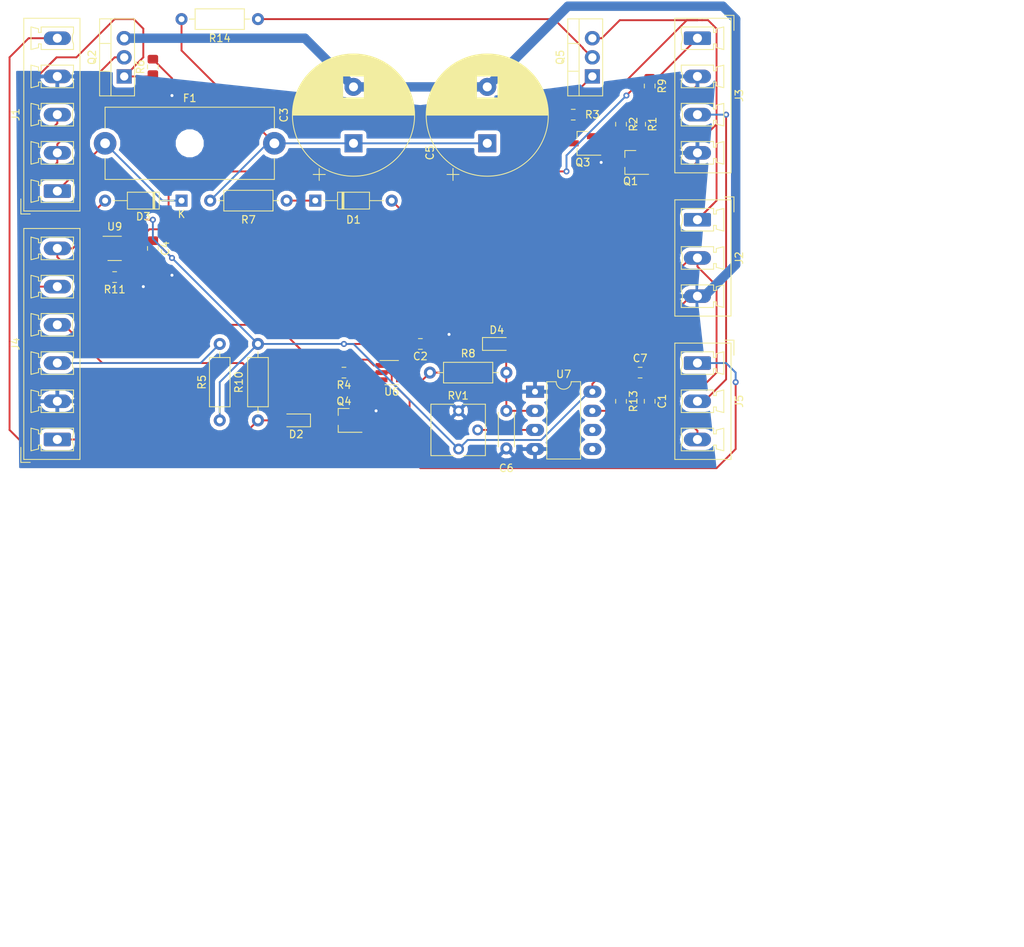
<source format=kicad_pcb>
(kicad_pcb (version 20171130) (host pcbnew "(5.0.2)-1")
  (layers (0 F.Cu signal) (31 B.Cu signal) (34 B.Paste user) (35 F.Paste user) (36 B.SilkS user) (37 F.SilkS user) (38 B.Mask user) (39 F.Mask user) (44 Edge.Cuts user))
  (net 0 "")
  (net 1 +5V)
  (net 2 GND)
  (net 3 "Net-(C6-Pad1)")
  (net 4 "Net-(D1-Pad1)")
  (net 5 /LED_R-)
  (net 6 /LED_G+)
  (net 7 /SHUTTER_HIGH)
  (net 8 /SHUTTER_LOW)
  (net 9 "Net-(D4-Pad1)")
  (net 10 /SHUTTER_RET)
  (net 11 +24V)
  (net 12 /SIG_IN)
  (net 13 /OUT_TO_COMP)
  (net 14 /LED_R+)
  (net 15 "Net-(J4-Pad6)")
  (net 16 "Net-(Q1-Pad3)")
  (net 17 "Net-(Q1-Pad2)")
  (net 18 "Net-(Q3-Pad3)")
  (net 19 "Net-(Q4-Pad2)")
  (net 20 /SIG)
  (net 21 "Net-(RV1-Pad2)")
  (net 22 "Net-(U7-Pad5)")
  (net 23 "Net-(U7-Pad6)")
  (net 24 /AMP_SIG)
  (net 25 /CAP_POWER)
  (net 26 "Net-(Q5-Pad2)")
  (module Fuse:Fuseholder_Cylinder-5x20mm_Schurter_0031_8201_Horizontal_Open (layer F.Cu) (at 99.06 87.63)
    (fp_text reference F1 (at 11.25 -6) (layer F.SilkS))
    (fp_text value Fuse)
    (pad 1 thru_hole circle (at 0 0) (size 3 3) (drill 1.3) (layers *.Cu *.Mask) (net 7 /SHUTTER_HIGH))
    (pad 2 thru_hole circle (at 22.5 0) (size 3 3) (drill 1.3) (layers *.Cu *.Mask) (net 25 /CAP_POWER))
    (pad "" np_thru_hole circle (at 11.25 0) (size 2.7 2.7) (drill 2.7) (layers *.Cu *.Mask))
  )
  (module Connector_Phoenix_MC_HighVoltage:PhoenixContact_MCV_1,5_4-G-5.08_1x04_P5.08mm_Vertical (layer F.Cu) (at 177.8 73.66 270)
    (fp_text reference J3 (at 7.62 -5.55 270) (layer F.SilkS))
    (fp_text value I/O)
    (pad 1 thru_hole roundrect (at 0 0 270) (size 1.8 3.6) (drill 1.2) (layers *.Cu *.Mask) (roundrect_rratio 0.138889) (net 12 /SIG_IN))
    (pad 2 thru_hole oval (at 5.08 0 270) (size 1.8 3.6) (drill 1.2) (layers *.Cu *.Mask) (net 2 GND))
    (pad 3 thru_hole oval (at 10.16 0 270) (size 1.8 3.6) (drill 1.2) (layers *.Cu *.Mask) (net 13 /OUT_TO_COMP))
    (pad 4 thru_hole oval (at 15.24 0 270) (size 1.8 3.6) (drill 1.2) (layers *.Cu *.Mask) (net 2 GND))
  )
  (module Package_TO_SOT_SMD:SOT-23_Handsoldering (layer F.Cu) (at 162.56 87.63 180)
    (fp_text reference Q3 (at 0 -2.54) (layer F.SilkS))
    (fp_text value 2N3904)
    (pad 1 smd rect (at -1.5 -0.95 180) (size 1.9 0.8) (layers F.Cu F.Paste F.Mask) (net 2 GND))
    (pad 2 smd rect (at -1.5 0.95 180) (size 1.9 0.8) (layers F.Cu F.Paste F.Mask) (net 16 "Net-(Q1-Pad3)"))
    (pad 3 smd rect (at 1.5 0 180) (size 1.9 0.8) (layers F.Cu F.Paste F.Mask) (net 18 "Net-(Q3-Pad3)"))
  )
  (module Package_TO_SOT_SMD:SOT-23-5_HandSoldering (layer F.Cu) (at 137.16 118.11)
    (fp_text reference U6 (at 0 2.54) (layer F.SilkS))
    (fp_text value SN74LVC1G86)
    (pad 1 smd rect (at -1.35 -0.95) (size 1.56 0.65) (layers F.Cu F.Paste F.Mask) (net 20 /SIG))
    (pad 2 smd rect (at -1.35 0) (size 1.56 0.65) (layers F.Cu F.Paste F.Mask) (net 10 /SHUTTER_RET))
    (pad 3 smd rect (at -1.35 0.95) (size 1.56 0.65) (layers F.Cu F.Paste F.Mask) (net 2 GND))
    (pad 4 smd rect (at 1.35 0.95) (size 1.56 0.65) (layers F.Cu F.Paste F.Mask) (net 9 "Net-(D4-Pad1)"))
    (pad 5 smd rect (at 1.35 -0.95) (size 1.56 0.65) (layers F.Cu F.Paste F.Mask) (net 1 +5V))
  )
  (module Package_DIP:DIP-8_W7.62mm_LongPads (layer F.Cu) (at 156.21 120.65)
    (fp_text reference U7 (at 3.81 -2.33 -180) (layer F.SilkS))
    (fp_text value LM311)
    (pad 1 thru_hole rect (at 0 0) (size 2.4 1.6) (drill 0.8) (layers *.Cu *.Mask) (net 2 GND))
    (pad 5 thru_hole oval (at 7.62 7.62) (size 2.4 1.6) (drill 0.8) (layers *.Cu *.Mask) (net 22 "Net-(U7-Pad5)"))
    (pad 2 thru_hole oval (at 0 2.54) (size 2.4 1.6) (drill 0.8) (layers *.Cu *.Mask) (net 3 "Net-(C6-Pad1)"))
    (pad 6 thru_hole oval (at 7.62 5.08) (size 2.4 1.6) (drill 0.8) (layers *.Cu *.Mask) (net 23 "Net-(U7-Pad6)"))
    (pad 3 thru_hole oval (at 0 5.08) (size 2.4 1.6) (drill 0.8) (layers *.Cu *.Mask) (net 21 "Net-(RV1-Pad2)"))
    (pad 7 thru_hole oval (at 7.62 2.54) (size 2.4 1.6) (drill 0.8) (layers *.Cu *.Mask) (net 24 /AMP_SIG))
    (pad 4 thru_hole oval (at 0 7.62) (size 2.4 1.6) (drill 0.8) (layers *.Cu *.Mask) (net 2 GND))
    (pad 8 thru_hole oval (at 7.62 0) (size 2.4 1.6) (drill 0.8) (layers *.Cu *.Mask) (net 1 +5V))
  )
  (module Connector_Phoenix_MC_HighVoltage:PhoenixContact_MCV_1,5_5-G-5.08_1x05_P5.08mm_Vertical (layer F.Cu) (at 92.71 93.98 90)
    (fp_text reference J1 (at 10.16 -5.55 90) (layer F.SilkS))
    (fp_text value SHUTTER)
    (pad 1 thru_hole roundrect (at 0 0 90) (size 1.8 3.6) (drill 1.2) (layers *.Cu *.Mask) (roundrect_rratio 0.138889) (net 7 /SHUTTER_HIGH))
    (pad 2 thru_hole oval (at 5.08 0 90) (size 1.8 3.6) (drill 1.2) (layers *.Cu *.Mask) (net 8 /SHUTTER_LOW))
    (pad 3 thru_hole oval (at 10.16 0 90) (size 1.8 3.6) (drill 1.2) (layers *.Cu *.Mask) (net 1 +5V))
    (pad 4 thru_hole oval (at 15.24 0 90) (size 1.8 3.6) (drill 1.2) (layers *.Cu *.Mask) (net 2 GND))
    (pad 5 thru_hole oval (at 20.32 0 90) (size 1.8 3.6) (drill 1.2) (layers *.Cu *.Mask) (net 10 /SHUTTER_RET))
  )
  (module Diode_THT:D_DO-35_SOD27_P10.16mm_Horizontal (layer F.Cu) (at 109.22 95.25 180)
    (fp_text reference D3 (at 5.08 -2.12 180) (layer F.SilkS))
    (fp_text value N4001)
    (fp_text user K (at 0 -1.8 180) (layer F.SilkS))
    (pad 1 thru_hole rect (at 0 0 180) (size 1.6 1.6) (drill 0.8) (layers *.Cu *.Mask) (net 7 /SHUTTER_HIGH))
    (pad 2 thru_hole oval (at 10.16 0 180) (size 1.6 1.6) (drill 0.8) (layers *.Cu *.Mask) (net 8 /SHUTTER_LOW))
  )
  (module Package_TO_SOT_THT:TO-220-3_Vertical (layer F.Cu) (at 163.83 78.74 90)
    (fp_text reference Q5 (at 2.54 -4.27 90) (layer F.SilkS))
    (fp_text value FQP17P06)
    (pad 1 thru_hole rect (at 0 0 90) (size 1.905 2) (drill 1.1) (layers *.Cu *.Mask) (net 18 "Net-(Q3-Pad3)"))
    (pad 2 thru_hole oval (at 2.54 0 90) (size 1.905 2) (drill 1.1) (layers *.Cu *.Mask) (net 26 "Net-(Q5-Pad2)"))
    (pad 3 thru_hole oval (at 5.08 0 90) (size 1.905 2) (drill 1.1) (layers *.Cu *.Mask) (net 11 +24V))
  )
  (module Connector_Phoenix_MC_HighVoltage:PhoenixContact_MCV_1,5_6-G-5.08_1x06_P5.08mm_Vertical (layer F.Cu) (at 92.71 127 90)
    (fp_text reference J4 (at 12.7 -5.55 90) (layer F.SilkS))
    (fp_text value FRONT)
    (pad 1 thru_hole roundrect (at 0 0 90) (size 1.8 3.6) (drill 1.2) (layers *.Cu *.Mask) (roundrect_rratio 0.138889) (net 6 /LED_G+))
    (pad 2 thru_hole oval (at 5.08 0 90) (size 1.8 3.6) (drill 1.2) (layers *.Cu *.Mask) (net 2 GND))
    (pad 3 thru_hole oval (at 10.16 0 90) (size 1.8 3.6) (drill 1.2) (layers *.Cu *.Mask) (net 14 /LED_R+))
    (pad 4 thru_hole oval (at 15.24 0 90) (size 1.8 3.6) (drill 1.2) (layers *.Cu *.Mask) (net 5 /LED_R-))
    (pad 5 thru_hole oval (at 20.32 0 90) (size 1.8 3.6) (drill 1.2) (layers *.Cu *.Mask) (net 1 +5V))
    (pad 6 thru_hole oval (at 25.4 0 90) (size 1.8 3.6) (drill 1.2) (layers *.Cu *.Mask) (net 15 "Net-(J4-Pad6)"))
  )
  (module Capacitor_THT:CP_Radial_D16.0mm_P7.50mm (layer F.Cu) (at 149.86 87.63 90)
    (fp_text reference C5 (at -1.27 -7.62 270) (layer F.SilkS))
    (fp_text value 2200u)
    (pad 1 thru_hole rect (at 0 0 90) (size 2.4 2.4) (drill 1.2) (layers *.Cu *.Mask) (net 25 /CAP_POWER))
    (pad 2 thru_hole circle (at 7.5 0 90) (size 2.4 2.4) (drill 1.2) (layers *.Cu *.Mask) (net 2 GND))
  )
  (module Resistor_THT:R_Axial_DIN0207_L6.3mm_D2.5mm_P10.16mm_Horizontal (layer F.Cu) (at 123.19 95.25 180)
    (fp_text reference R7 (at 5.08 -2.54 180) (layer F.SilkS))
    (fp_text value 5)
    (pad 2 thru_hole oval (at 10.16 0 180) (size 1.6 1.6) (drill 0.8) (layers *.Cu *.Mask) (net 25 /CAP_POWER))
    (pad 1 thru_hole circle (at 0 0 180) (size 1.6 1.6) (drill 0.8) (layers *.Cu *.Mask) (net 4 "Net-(D1-Pad1)"))
  )
  (module Capacitor_SMD:C_0805_2012Metric_Pad1.15x1.40mm_HandSolder (layer F.Cu) (at 171.45 121.92 270)
    (fp_text reference C1 (at 0 -1.65 270) (layer F.SilkS))
    (fp_text value 1n)
    (pad 1 smd roundrect (at -1.025 0 270) (size 1.15 1.4) (layers F.Cu F.Paste F.Mask) (roundrect_rratio 0.217391) (net 1 +5V))
    (pad 2 smd roundrect (at 1.025 0 270) (size 1.15 1.4) (layers F.Cu F.Paste F.Mask) (roundrect_rratio 0.217391) (net 24 /AMP_SIG))
  )
  (module Capacitor_SMD:C_0805_2012Metric_Pad1.15x1.40mm_HandSolder (layer F.Cu) (at 140.97 114.3 180)
    (fp_text reference C2 (at 0 -1.65 180) (layer F.SilkS))
    (fp_text value .1u)
    (pad 2 smd roundrect (at 1.025 0 180) (size 1.15 1.4) (layers F.Cu F.Paste F.Mask) (roundrect_rratio 0.217391) (net 1 +5V))
    (pad 1 smd roundrect (at -1.025 0 180) (size 1.15 1.4) (layers F.Cu F.Paste F.Mask) (roundrect_rratio 0.217391) (net 2 GND))
  )
  (module Capacitor_THT:CP_Radial_D16.0mm_P7.50mm (layer F.Cu) (at 132.08 87.63 90)
    (fp_text reference C3 (at 3.75 -9.25 270) (layer F.SilkS))
    (fp_text value 2200u)
    (pad 2 thru_hole circle (at 7.5 0 90) (size 2.4 2.4) (drill 1.2) (layers *.Cu *.Mask) (net 2 GND))
    (pad 1 thru_hole rect (at 0 0 90) (size 2.4 2.4) (drill 1.2) (layers *.Cu *.Mask) (net 25 /CAP_POWER))
  )
  (module Capacitor_SMD:C_0805_2012Metric_Pad1.15x1.40mm_HandSolder (layer F.Cu) (at 105.41 101.6 270)
    (fp_text reference C4 (at 0 -1.65 270) (layer F.SilkS))
    (fp_text value .1u)
    (pad 2 smd roundrect (at 1.025 0 270) (size 1.15 1.4) (layers F.Cu F.Paste F.Mask) (roundrect_rratio 0.217391) (net 2 GND))
    (pad 1 smd roundrect (at -1.025 0 270) (size 1.15 1.4) (layers F.Cu F.Paste F.Mask) (roundrect_rratio 0.217391) (net 1 +5V))
  )
  (module Capacitor_THT:C_Disc_D4.3mm_W1.9mm_P5.00mm (layer F.Cu) (at 152.4 123.19 270)
    (fp_text reference C6 (at 7.62 0 180) (layer F.SilkS))
    (fp_text value 1u)
    (pad 1 thru_hole circle (at 0 0 270) (size 1.6 1.6) (drill 0.8) (layers *.Cu *.Mask) (net 3 "Net-(C6-Pad1)"))
    (pad 2 thru_hole circle (at 5 0 270) (size 1.6 1.6) (drill 0.8) (layers *.Cu *.Mask) (net 2 GND))
  )
  (module Capacitor_SMD:C_0805_2012Metric_Pad1.15x1.40mm_HandSolder (layer F.Cu) (at 170.18 118.11 180)
    (fp_text reference C7 (at 0 1.905) (layer F.SilkS))
    (fp_text value .1u)
    (pad 1 smd roundrect (at -1.025 0 180) (size 1.15 1.4) (layers F.Cu F.Paste F.Mask) (roundrect_rratio 0.217391) (net 2 GND))
    (pad 2 smd roundrect (at 1.025 0 180) (size 1.15 1.4) (layers F.Cu F.Paste F.Mask) (roundrect_rratio 0.217391) (net 1 +5V))
  )
  (module Diode_THT:D_DO-35_SOD27_P10.16mm_Horizontal (layer F.Cu) (at 127 95.25)
    (fp_text reference D1 (at 5.08 2.54 180) (layer F.SilkS))
    (fp_text value N4001)
    (pad 2 thru_hole oval (at 10.16 0) (size 1.6 1.6) (drill 0.8) (layers *.Cu *.Mask) (net 1 +5V))
    (pad 1 thru_hole rect (at 0 0) (size 1.6 1.6) (drill 0.8) (layers *.Cu *.Mask) (net 4 "Net-(D1-Pad1)"))
  )
  (module Diode_SMD:D_SOD-323_HandSoldering (layer F.Cu) (at 124.46 124.46 180)
    (fp_text reference D2 (at 0 -1.85) (layer F.SilkS))
    (fp_text value 1N914)
    (pad 1 smd rect (at -1.25 0 180) (size 1 1) (layers F.Cu F.Paste F.Mask) (net 5 /LED_R-))
    (pad 2 smd rect (at 1.25 0 180) (size 1 1) (layers F.Cu F.Paste F.Mask) (net 6 /LED_G+))
  )
  (module Diode_SMD:D_SOD-323_HandSoldering (layer F.Cu) (at 151.13 114.3)
    (fp_text reference D4 (at 0 -1.85 180) (layer F.SilkS))
    (fp_text value 1N914)
    (pad 2 smd rect (at 1.25 0) (size 1 1) (layers F.Cu F.Paste F.Mask) (net 3 "Net-(C6-Pad1)"))
    (pad 1 smd rect (at -1.25 0) (size 1 1) (layers F.Cu F.Paste F.Mask) (net 9 "Net-(D4-Pad1)"))
  )
  (module Connector_Phoenix_MC_HighVoltage:PhoenixContact_MCV_1,5_3-G-5.08_1x03_P5.08mm_Vertical (layer F.Cu) (at 177.8 97.79 270)
    (fp_text reference J2 (at 5.08 -5.55 270) (layer F.SilkS))
    (fp_text value POWER)
    (pad 1 thru_hole roundrect (at 0 0 270) (size 1.8 3.6) (drill 1.2) (layers *.Cu *.Mask) (roundrect_rratio 0.138889) (net 11 +24V))
    (pad 2 thru_hole oval (at 5.08 0 270) (size 1.8 3.6) (drill 1.2) (layers *.Cu *.Mask) (net 1 +5V))
    (pad 3 thru_hole oval (at 10.16 0 270) (size 1.8 3.6) (drill 1.2) (layers *.Cu *.Mask) (net 2 GND))
  )
  (module Package_TO_SOT_SMD:SOT-23_Handsoldering (layer F.Cu) (at 168.91 90.17 180)
    (fp_text reference Q1 (at 0 -2.5) (layer F.SilkS))
    (fp_text value 2N3904)
    (pad 3 smd rect (at 1.5 0 180) (size 1.9 0.8) (layers F.Cu F.Paste F.Mask) (net 16 "Net-(Q1-Pad3)"))
    (pad 2 smd rect (at -1.5 0.95 180) (size 1.9 0.8) (layers F.Cu F.Paste F.Mask) (net 17 "Net-(Q1-Pad2)"))
    (pad 1 smd rect (at -1.5 -0.95 180) (size 1.9 0.8) (layers F.Cu F.Paste F.Mask) (net 2 GND))
  )
  (module Package_TO_SOT_THT:TO-220-3_Vertical (layer F.Cu) (at 101.6 78.74 90)
    (fp_text reference Q2 (at 2.54 -4.27 90) (layer F.SilkS))
    (fp_text value FQP20N06L-ND)
    (pad 3 thru_hole oval (at 5.08 0 90) (size 1.905 2) (drill 1.1) (layers *.Cu *.Mask) (net 2 GND))
    (pad 2 thru_hole oval (at 2.54 0 90) (size 1.905 2) (drill 1.1) (layers *.Cu *.Mask) (net 8 /SHUTTER_LOW))
    (pad 1 thru_hole rect (at 0 0 90) (size 1.905 2) (drill 1.1) (layers *.Cu *.Mask) (net 20 /SIG))
  )
  (module Package_TO_SOT_SMD:SOT-23_Handsoldering (layer F.Cu) (at 130.81 124.46 180)
    (fp_text reference Q4 (at 0 2.54 180) (layer F.SilkS))
    (fp_text value 2N3904)
    (pad 1 smd rect (at -1.5 -0.95 180) (size 1.9 0.8) (layers F.Cu F.Paste F.Mask) (net 2 GND))
    (pad 2 smd rect (at -1.5 0.95 180) (size 1.9 0.8) (layers F.Cu F.Paste F.Mask) (net 19 "Net-(Q4-Pad2)"))
    (pad 3 smd rect (at 1.5 0 180) (size 1.9 0.8) (layers F.Cu F.Paste F.Mask) (net 5 /LED_R-))
  )
  (module Resistor_SMD:R_0805_2012Metric_Pad1.15x1.40mm_HandSolder (layer F.Cu) (at 170.18 85.09 270)
    (fp_text reference R1 (at 0 -1.65 90) (layer F.SilkS))
    (fp_text value 10K)
    (pad 1 smd roundrect (at -1.025 0 270) (size 1.15 1.4) (layers F.Cu F.Paste F.Mask) (roundrect_rratio 0.217391) (net 17 "Net-(Q1-Pad2)"))
    (pad 2 smd roundrect (at 1.025 0 270) (size 1.15 1.4) (layers F.Cu F.Paste F.Mask) (roundrect_rratio 0.217391) (net 20 /SIG))
  )
  (module Resistor_SMD:R_0805_2012Metric_Pad1.15x1.40mm_HandSolder (layer F.Cu) (at 167.64 85.09 270)
    (fp_text reference R2 (at 0 -1.65 270) (layer F.SilkS))
    (fp_text value 10K)
    (pad 2 smd roundrect (at 1.025 0 270) (size 1.15 1.4) (layers F.Cu F.Paste F.Mask) (roundrect_rratio 0.217391) (net 16 "Net-(Q1-Pad3)"))
    (pad 1 smd roundrect (at -1.025 0 270) (size 1.15 1.4) (layers F.Cu F.Paste F.Mask) (roundrect_rratio 0.217391) (net 11 +24V))
  )
  (module Resistor_SMD:R_0805_2012Metric_Pad1.15x1.40mm_HandSolder (layer F.Cu) (at 161.29 83.82 180)
    (fp_text reference R3 (at -2.54 0) (layer F.SilkS))
    (fp_text value 10K)
    (pad 1 smd roundrect (at -1.025 0 180) (size 1.15 1.4) (layers F.Cu F.Paste F.Mask) (roundrect_rratio 0.217391) (net 11 +24V))
    (pad 2 smd roundrect (at 1.025 0 180) (size 1.15 1.4) (layers F.Cu F.Paste F.Mask) (roundrect_rratio 0.217391) (net 18 "Net-(Q3-Pad3)"))
  )
  (module Resistor_SMD:R_0805_2012Metric_Pad1.15x1.40mm_HandSolder (layer F.Cu) (at 130.81 118.11 180)
    (fp_text reference R4 (at 0 -1.65) (layer F.SilkS))
    (fp_text value 4.7k)
    (pad 1 smd roundrect (at -1.025 0 180) (size 1.15 1.4) (layers F.Cu F.Paste F.Mask) (roundrect_rratio 0.217391) (net 19 "Net-(Q4-Pad2)"))
    (pad 2 smd roundrect (at 1.025 0 180) (size 1.15 1.4) (layers F.Cu F.Paste F.Mask) (roundrect_rratio 0.217391) (net 10 /SHUTTER_RET))
  )
  (module Resistor_THT:R_Axial_DIN0207_L6.3mm_D2.5mm_P10.16mm_Horizontal (layer F.Cu) (at 114.3 124.46 90)
    (fp_text reference R5 (at 5.08 -2.37 90) (layer F.SilkS))
    (fp_text value 220)
    (pad 2 thru_hole oval (at 10.16 0 90) (size 1.6 1.6) (drill 0.8) (layers *.Cu *.Mask) (net 14 /LED_R+))
    (pad 1 thru_hole circle (at 0 0 90) (size 1.6 1.6) (drill 0.8) (layers *.Cu *.Mask) (net 1 +5V))
  )
  (module Resistor_SMD:R_0805_2012Metric_Pad1.15x1.40mm_HandSolder (layer F.Cu) (at 105.41 77.47 90)
    (fp_text reference R6 (at 0 -1.65 90) (layer F.SilkS))
    (fp_text value 10K)
    (pad 2 smd roundrect (at 1.025 0 90) (size 1.15 1.4) (layers F.Cu F.Paste F.Mask) (roundrect_rratio 0.217391) (net 2 GND))
    (pad 1 smd roundrect (at -1.025 0 90) (size 1.15 1.4) (layers F.Cu F.Paste F.Mask) (roundrect_rratio 0.217391) (net 20 /SIG))
  )
  (module Resistor_THT:R_Axial_DIN0207_L6.3mm_D2.5mm_P10.16mm_Horizontal (layer F.Cu) (at 152.4 118.11 180)
    (fp_text reference R8 (at 5.08 2.54) (layer F.SilkS))
    (fp_text value 50k)
    (pad 1 thru_hole circle (at 0 0 180) (size 1.6 1.6) (drill 0.8) (layers *.Cu *.Mask) (net 3 "Net-(C6-Pad1)"))
    (pad 2 thru_hole oval (at 10.16 0 180) (size 1.6 1.6) (drill 0.8) (layers *.Cu *.Mask) (net 9 "Net-(D4-Pad1)"))
  )
  (module Resistor_SMD:R_0805_2012Metric_Pad1.15x1.40mm_HandSolder (layer F.Cu) (at 171.45 80.01 270)
    (fp_text reference R9 (at 0 -1.65 270) (layer F.SilkS))
    (fp_text value 10K)
    (pad 1 smd roundrect (at -1.025 0 270) (size 1.15 1.4) (layers F.Cu F.Paste F.Mask) (roundrect_rratio 0.217391) (net 12 /SIG_IN))
    (pad 2 smd roundrect (at 1.025 0 270) (size 1.15 1.4) (layers F.Cu F.Paste F.Mask) (roundrect_rratio 0.217391) (net 2 GND))
  )
  (module Resistor_THT:R_Axial_DIN0207_L6.3mm_D2.5mm_P10.16mm_Horizontal (layer F.Cu) (at 119.38 114.3 270)
    (fp_text reference R10 (at 5.08 2.54 270) (layer F.SilkS))
    (fp_text value 220)
    (pad 1 thru_hole circle (at 0 0 270) (size 1.6 1.6) (drill 0.8) (layers *.Cu *.Mask) (net 1 +5V))
    (pad 2 thru_hole oval (at 10.16 0 270) (size 1.6 1.6) (drill 0.8) (layers *.Cu *.Mask) (net 6 /LED_G+))
  )
  (module Resistor_SMD:R_0805_2012Metric_Pad1.15x1.40mm_HandSolder (layer F.Cu) (at 100.33 105.41 180)
    (fp_text reference R11 (at 0 -1.65 180) (layer F.SilkS))
    (fp_text value 10K)
    (pad 2 smd roundrect (at 1.025 0 180) (size 1.15 1.4) (layers F.Cu F.Paste F.Mask) (roundrect_rratio 0.217391) (net 15 "Net-(J4-Pad6)"))
    (pad 1 smd roundrect (at -1.025 0 180) (size 1.15 1.4) (layers F.Cu F.Paste F.Mask) (roundrect_rratio 0.217391) (net 2 GND))
  )
  (module Potentiometer_THT:Potentiometer_Vishay_T73YP_Vertical (layer F.Cu) (at 146.05 128.27)
    (fp_text reference RV1 (at -0.06 -7.09) (layer F.SilkS))
    (fp_text value 10k)
    (pad 3 thru_hole circle (at 0 -5.08) (size 1.44 1.44) (drill 0.8) (layers *.Cu *.Mask) (net 2 GND))
    (pad 2 thru_hole circle (at 2.54 -2.54) (size 1.44 1.44) (drill 0.8) (layers *.Cu *.Mask) (net 21 "Net-(RV1-Pad2)"))
    (pad 1 thru_hole circle (at 0 0) (size 1.44 1.44) (drill 0.8) (layers *.Cu *.Mask) (net 1 +5V))
  )
  (module Package_TO_SOT_SMD:SOT-23-5_HandSoldering (layer F.Cu) (at 100.33 101.6)
    (fp_text reference U9 (at 0 -2.9) (layer F.SilkS))
    (fp_text value SN74LVC1G86)
    (pad 5 smd rect (at 1.35 -0.95) (size 1.56 0.65) (layers F.Cu F.Paste F.Mask) (net 1 +5V))
    (pad 4 smd rect (at 1.35 0.95) (size 1.56 0.65) (layers F.Cu F.Paste F.Mask) (net 20 /SIG))
    (pad 3 smd rect (at -1.35 0.95) (size 1.56 0.65) (layers F.Cu F.Paste F.Mask) (net 2 GND))
    (pad 2 smd rect (at -1.35 0) (size 1.56 0.65) (layers F.Cu F.Paste F.Mask) (net 12 /SIG_IN))
    (pad 1 smd rect (at -1.35 -0.95) (size 1.56 0.65) (layers F.Cu F.Paste F.Mask) (net 15 "Net-(J4-Pad6)"))
  )
  (module Resistor_SMD:R_0805_2012Metric_Pad1.15x1.40mm_HandSolder (layer F.Cu) (at 167.64 121.92 270)
    (fp_text reference R13 (at 0 -1.65 90) (layer F.SilkS))
    (fp_text value 10k)
    (pad 1 smd roundrect (at -1.025 0 270) (size 1.15 1.4) (layers F.Cu F.Paste F.Mask) (roundrect_rratio 0.217391) (net 1 +5V))
    (pad 2 smd roundrect (at 1.025 0 270) (size 1.15 1.4) (layers F.Cu F.Paste F.Mask) (roundrect_rratio 0.217391) (net 24 /AMP_SIG))
  )
  (module Connector_Phoenix_MC_HighVoltage:PhoenixContact_MCV_1,5_3-G-5.08_1x03_P5.08mm_Vertical (layer F.Cu) (at 177.8 116.84 270)
    (fp_text reference J5 (at 5.08 -5.55 90) (layer F.SilkS))
    (fp_text value Switch)
    (pad 1 thru_hole roundrect (at 0 0 270) (size 1.8 3.6) (drill 1.2) (layers *.Cu *.Mask) (roundrect_rratio 0.138889) (net 10 /SHUTTER_RET))
    (pad 2 thru_hole oval (at 5.08 0 270) (size 1.8 3.6) (drill 1.2) (layers *.Cu *.Mask) (net 13 /OUT_TO_COMP))
    (pad 3 thru_hole oval (at 10.16 0 270) (size 1.8 3.6) (drill 1.2) (layers *.Cu *.Mask) (net 24 /AMP_SIG))
  )
  (module Resistor_THT:R_Axial_DIN0207_L6.3mm_D2.5mm_P10.16mm_Horizontal (layer F.Cu) (at 109.22 71.12)
    (fp_text reference R14 (at 5.08 2.54) (layer F.SilkS))
    (fp_text value 50)
    (pad 1 thru_hole circle (at 0 0) (size 1.6 1.6) (drill 0.8) (layers *.Cu *.Mask) (net 25 /CAP_POWER))
    (pad 2 thru_hole oval (at 10.16 0) (size 1.6 1.6) (drill 0.8) (layers *.Cu *.Mask) (net 26 "Net-(Q5-Pad2)"))
  )
  (gr_line (start 184.15 132.08) (end 85.09 132.08) (layer Edge.Cuts) (width 0.001))
  (gr_line (start 184.15 68.58) (end 184.15 132.08) (layer Edge.Cuts) (width 0.001))
  (gr_line (start 184.15 68.58) (end 85.09 68.58) (layer Edge.Cuts) (width 0.001))
  (gr_line (start 85.09 132.08) (end 85.09 68.58) (layer Edge.Cuts) (width 0.001))
  (segment (start 176.9 102.87) (end 177.8 102.87) (width 0.25) (layer F.Cu) (net 1))
  (segment (start 169.155 110.615) (end 176.9 102.87) (width 0.25) (layer F.Cu) (net 1))
  (segment (start 169.155 118.11) (end 169.155 110.615) (width 0.25) (layer F.Cu) (net 1))
  (segment (start 171.45 120.895) (end 167.64 120.895) (width 0.25) (layer F.Cu) (net 1))
  (segment (start 163.83 119.6) (end 163.83 120.65) (width 0.25) (layer F.Cu) (net 1))
  (segment (start 165.32 118.11) (end 163.83 119.6) (width 0.25) (layer F.Cu) (net 1))
  (segment (start 169.155 118.11) (end 165.32 118.11) (width 0.25) (layer F.Cu) (net 1))
  (segment (start 139.945 115.1) (end 139.945 114.3) (width 0.25) (layer F.Cu) (net 1))
  (segment (start 139.945 116.755) (end 139.945 115.1) (width 0.25) (layer F.Cu) (net 1))
  (segment (start 139.54 117.16) (end 139.945 116.755) (width 0.25) (layer F.Cu) (net 1))
  (segment (start 138.51 117.16) (end 139.54 117.16) (width 0.25) (layer F.Cu) (net 1))
  (segment (start 139.945 98.035) (end 137.16 95.25) (width 0.25) (layer F.Cu) (net 1))
  (segment (start 139.945 114.3) (end 139.945 98.035) (width 0.25) (layer F.Cu) (net 1))
  (segment (start 114.3 119.38) (end 119.38 114.3) (width 0.25) (layer B.Cu) (net 1))
  (segment (start 114.3 124.46) (end 114.3 119.38) (width 0.25) (layer B.Cu) (net 1))
  (segment (start 132.08 114.3) (end 146.05 128.27) (width 0.25) (layer B.Cu) (net 1))
  (segment (start 119.38 114.3) (end 130.81 114.3) (width 0.25) (layer B.Cu) (net 1))
  (segment (start 163.43 120.65) (end 163.83 120.65) (width 0.25) (layer B.Cu) (net 1))
  (segment (start 157.015001 127.064999) (end 163.43 120.65) (width 0.25) (layer B.Cu) (net 1))
  (segment (start 147.255001 127.064999) (end 157.015001 127.064999) (width 0.25) (layer B.Cu) (net 1))
  (segment (start 146.05 128.27) (end 147.255001 127.064999) (width 0.25) (layer B.Cu) (net 1))
  (segment (start 130.81 114.3) (end 132.08 114.3) (width 0.25) (layer B.Cu) (net 1))
  (via (at 130.81 114.3) (size 0.8) (drill 0.4) (layers F.Cu B.Cu) (net 1))
  (segment (start 138.51 116.585) (end 138.51 117.16) (width 0.25) (layer F.Cu) (net 1))
  (segment (start 136.225 114.3) (end 138.51 116.585) (width 0.25) (layer F.Cu) (net 1))
  (segment (start 130.81 114.3) (end 136.225 114.3) (width 0.25) (layer F.Cu) (net 1))
  (segment (start 106.68 101.6) (end 106.68 101.6) (width 0.25) (layer B.Cu) (net 1))
  (segment (start 105.335 100.65) (end 105.41 100.575) (width 0.25) (layer F.Cu) (net 1))
  (segment (start 106.68 101.6) (end 106.68 101.6) (width 0.25) (layer B.Cu) (net 1))
  (via (at 107.95 102.87) (size 0.8) (drill 0.4) (layers F.Cu B.Cu) (net 1))
  (segment (start 105.655 100.575) (end 106.68 101.6) (width 0.25) (layer F.Cu) (net 1))
  (segment (start 105.41 100.575) (end 105.655 100.575) (width 0.25) (layer F.Cu) (net 1))
  (segment (start 101.68 100.075) (end 103.965 97.79) (width 0.25) (layer F.Cu) (net 1))
  (segment (start 101.68 100.65) (end 101.68 100.075) (width 0.25) (layer F.Cu) (net 1))
  (segment (start 103.965 97.79) (end 105.41 97.79) (width 0.25) (layer F.Cu) (net 1))
  (segment (start 105.41 97.79) (end 105.41 97.79) (width 0.25) (layer F.Cu) (net 1))
  (via (at 105.41 97.79) (size 0.8) (drill 0.4) (layers F.Cu B.Cu) (net 1))
  (segment (start 105.41 97.79) (end 105.41 100.33) (width 0.25) (layer B.Cu) (net 1))
  (segment (start 105.41 100.33) (end 106.68 101.6) (width 0.25) (layer B.Cu) (net 1))
  (segment (start 92.71 106.68) (end 91.81 106.68) (width 0.25) (layer F.Cu) (net 1))
  (segment (start 92.71 106.68) (end 90.17 106.68) (width 0.25) (layer F.Cu) (net 1))
  (segment (start 90.17 106.68) (end 88.9 105.41) (width 0.25) (layer F.Cu) (net 1))
  (segment (start 92.71 84.97) (end 92.71 83.82) (width 0.25) (layer F.Cu) (net 1))
  (segment (start 88.9 88.78) (end 92.71 84.97) (width 0.25) (layer F.Cu) (net 1))
  (segment (start 172.073372 120.271628) (end 171.45 120.895) (width 0.25) (layer F.Cu) (net 1))
  (segment (start 178.178372 120.271628) (end 172.073372 120.271628) (width 0.25) (layer F.Cu) (net 1))
  (segment (start 180.34 118.11) (end 178.178372 120.271628) (width 0.25) (layer F.Cu) (net 1))
  (segment (start 180.34 106.56) (end 180.34 118.11) (width 0.25) (layer F.Cu) (net 1))
  (segment (start 177.8 104.02) (end 180.34 106.56) (width 0.25) (layer F.Cu) (net 1))
  (segment (start 177.8 102.87) (end 177.8 104.02) (width 0.25) (layer F.Cu) (net 1))
  (segment (start 101.68 100.65) (end 100.65 100.65) (width 0.25) (layer F.Cu) (net 1))
  (segment (start 88.9 105.41) (end 88.9 99.06) (width 0.25) (layer F.Cu) (net 1))
  (segment (start 100.33 100.33) (end 99.06 99.06) (width 0.25) (layer F.Cu) (net 1))
  (segment (start 100.33 100.33) (end 99.999999 99.999999) (width 0.25) (layer F.Cu) (net 1))
  (segment (start 100.65 100.65) (end 100.33 100.33) (width 0.25) (layer F.Cu) (net 1))
  (segment (start 99.06 99.06) (end 90.17 99.06) (width 0.25) (layer F.Cu) (net 1))
  (segment (start 90.17 99.06) (end 88.9 97.79) (width 0.25) (layer F.Cu) (net 1))
  (segment (start 88.9 99.06) (end 88.9 97.79) (width 0.25) (layer F.Cu) (net 1))
  (segment (start 88.9 97.79) (end 88.9 88.78) (width 0.25) (layer F.Cu) (net 1))
  (segment (start 106.68 101.6) (end 107.95 102.87) (width 0.25) (layer F.Cu) (net 1))
  (segment (start 119.38 114.3) (end 106.68 101.6) (width 0.25) (layer B.Cu) (net 1))
  (segment (start 125.61 73.66) (end 132.08 80.13) (width 1.25) (layer B.Cu) (net 2))
  (segment (start 101.6 73.66) (end 125.61 73.66) (width 1.25) (layer B.Cu) (net 2))
  (segment (start 132.08 80.13) (end 149.86 80.13) (width 1.25) (layer B.Cu) (net 2))
  (segment (start 160.58449 69.40551) (end 181.16551 69.40551) (width 1.25) (layer B.Cu) (net 2))
  (segment (start 149.86 80.13) (end 160.58449 69.40551) (width 1.25) (layer B.Cu) (net 2))
  (segment (start 181.16551 69.40551) (end 182.88 71.12) (width 1.25) (layer B.Cu) (net 2))
  (segment (start 182.88 103.77) (end 182.88 102.87) (width 1.25) (layer B.Cu) (net 2))
  (segment (start 178.7 107.95) (end 182.88 103.77) (width 1.25) (layer B.Cu) (net 2))
  (segment (start 177.8 107.95) (end 178.7 107.95) (width 1.25) (layer B.Cu) (net 2))
  (segment (start 182.88 71.12) (end 182.88 102.87) (width 1.25) (layer B.Cu) (net 2))
  (segment (start 105.41 76.445) (end 107.95 78.985) (width 0.25) (layer F.Cu) (net 2))
  (segment (start 107.95 78.985) (end 107.95 81.28) (width 0.25) (layer F.Cu) (net 2))
  (segment (start 107.95 81.28) (end 107.95 81.28) (width 0.25) (layer F.Cu) (net 2))
  (via (at 107.95 81.28) (size 0.8) (drill 0.4) (layers F.Cu B.Cu) (net 2))
  (segment (start 177.8 79.89) (end 177.8 78.74) (width 0.25) (layer F.Cu) (net 2))
  (segment (start 176.655 81.035) (end 177.8 79.89) (width 0.25) (layer F.Cu) (net 2))
  (segment (start 171.45 81.035) (end 176.655 81.035) (width 0.25) (layer F.Cu) (net 2))
  (segment (start 177.8 90.05) (end 177.8 88.9) (width 0.25) (layer F.Cu) (net 2))
  (segment (start 176.73 91.12) (end 177.8 90.05) (width 0.25) (layer F.Cu) (net 2))
  (segment (start 170.41 91.12) (end 176.73 91.12) (width 0.25) (layer F.Cu) (net 2))
  (segment (start 164.06 89.23) (end 165 90.17) (width 0.25) (layer F.Cu) (net 2))
  (segment (start 164.06 88.58) (end 164.06 89.23) (width 0.25) (layer F.Cu) (net 2))
  (via (at 165 90.17) (size 0.8) (drill 0.4) (layers F.Cu B.Cu) (net 2))
  (segment (start 176.9 107.95) (end 177.8 107.95) (width 0.25) (layer F.Cu) (net 2))
  (segment (start 171.205 113.645) (end 176.9 107.95) (width 0.25) (layer F.Cu) (net 2))
  (segment (start 171.205 118.11) (end 171.205 113.645) (width 0.25) (layer F.Cu) (net 2))
  (segment (start 141.995 114.3) (end 143.51 114.3) (width 0.25) (layer F.Cu) (net 2))
  (segment (start 143.51 114.3) (end 144.78 113.03) (width 0.25) (layer F.Cu) (net 2))
  (segment (start 144.78 113.03) (end 144.78 113.03) (width 0.25) (layer F.Cu) (net 2))
  (via (at 144.78 113.03) (size 0.8) (drill 0.4) (layers F.Cu B.Cu) (net 2))
  (segment (start 135.81 119.635) (end 135.81 119.06) (width 0.25) (layer F.Cu) (net 2))
  (segment (start 135.81 122.46) (end 135.81 119.635) (width 0.25) (layer F.Cu) (net 2))
  (segment (start 132.86 125.41) (end 135.08 123.19) (width 0.25) (layer F.Cu) (net 2))
  (segment (start 132.31 125.41) (end 132.86 125.41) (width 0.25) (layer F.Cu) (net 2))
  (segment (start 135.08 123.19) (end 135.81 122.46) (width 0.25) (layer F.Cu) (net 2))
  (via (at 135.08 123.19) (size 0.8) (drill 0.4) (layers F.Cu B.Cu) (net 2))
  (segment (start 101.265 105.41) (end 101.355 105.41) (width 0.25) (layer F.Cu) (net 2))
  (segment (start 98.98 103.125) (end 101.265 105.41) (width 0.25) (layer F.Cu) (net 2))
  (segment (start 98.98 102.55) (end 98.98 103.125) (width 0.25) (layer F.Cu) (net 2))
  (segment (start 101.355 105.41) (end 102.87 105.41) (width 0.25) (layer F.Cu) (net 2))
  (segment (start 102.87 105.41) (end 104.14 106.68) (width 0.25) (layer F.Cu) (net 2))
  (segment (start 104.14 106.68) (end 104.14 106.68) (width 0.25) (layer F.Cu) (net 2))
  (via (at 104.14 106.68) (size 0.8) (drill 0.4) (layers F.Cu B.Cu) (net 2))
  (segment (start 105.41 102.625) (end 107.95 105.165) (width 0.25) (layer F.Cu) (net 2))
  (segment (start 107.95 105.165) (end 107.95 105.165) (width 0.25) (layer F.Cu) (net 2))
  (via (at 107.95 105.165) (size 0.8) (drill 0.4) (layers F.Cu B.Cu) (net 2))
  (segment (start 152.4 123.19) (end 156.21 123.19) (width 0.25) (layer F.Cu) (net 3))
  (segment (start 152.38 118.09) (end 152.4 118.11) (width 0.25) (layer F.Cu) (net 3))
  (segment (start 152.38 114.3) (end 152.38 118.09) (width 0.25) (layer F.Cu) (net 3))
  (segment (start 152.4 118.11) (end 152.4 123.19) (width 0.25) (layer F.Cu) (net 3))
  (segment (start 123.19 95.25) (end 127 95.25) (width 0.25) (layer F.Cu) (net 4))
  (segment (start 125.71 124.46) (end 129.31 124.46) (width 0.25) (layer F.Cu) (net 5))
  (segment (start 125.71 124.46) (end 124.96 124.46) (width 0.25) (layer F.Cu) (net 5))
  (segment (start 98.69 116.84) (end 117.34 116.84) (width 0.25) (layer F.Cu) (net 5))
  (segment (start 93.61 111.76) (end 98.69 116.84) (width 0.25) (layer F.Cu) (net 5))
  (segment (start 92.71 111.76) (end 93.61 111.76) (width 0.25) (layer F.Cu) (net 5))
  (segment (start 124.96 124.46) (end 117.34 116.84) (width 0.25) (layer F.Cu) (net 5))
  (segment (start 119.38 124.46) (end 123.21 124.46) (width 0.25) (layer F.Cu) (net 6))
  (segment (start 116.84 127) (end 119.38 124.46) (width 0.25) (layer F.Cu) (net 6))
  (segment (start 92.71 127) (end 116.84 127) (width 0.25) (layer F.Cu) (net 6))
  (segment (start 106.68 95.25) (end 99.06 87.63) (width 0.25) (layer B.Cu) (net 7))
  (segment (start 109.22 95.25) (end 106.68 95.25) (width 0.25) (layer B.Cu) (net 7))
  (segment (start 92.71 93.98) (end 99.06 87.63) (width 0.25) (layer F.Cu) (net 7))
  (segment (start 100.33 76.2) (end 101.6 76.2) (width 0.25) (layer F.Cu) (net 8))
  (segment (start 97.79 78.74) (end 100.33 76.2) (width 0.25) (layer F.Cu) (net 8))
  (segment (start 97.79 82.67) (end 97.79 78.74) (width 0.25) (layer F.Cu) (net 8))
  (segment (start 92.71 88.9) (end 92.71 87.75) (width 0.25) (layer F.Cu) (net 8))
  (segment (start 92.71 87.75) (end 97.79 82.67) (width 0.25) (layer F.Cu) (net 8))
  (segment (start 96.52 97.79) (end 99.06 95.25) (width 0.25) (layer F.Cu) (net 8))
  (segment (start 92.71 88.9) (end 92.71 90.17) (width 0.25) (layer F.Cu) (net 8))
  (segment (start 90.17 96.52) (end 91.44 97.79) (width 0.25) (layer F.Cu) (net 8))
  (segment (start 91.44 97.79) (end 96.52 97.79) (width 0.25) (layer F.Cu) (net 8))
  (segment (start 90.17 92.71) (end 90.17 96.52) (width 0.25) (layer F.Cu) (net 8))
  (segment (start 92.71 90.17) (end 91.44 91.44) (width 0.25) (layer F.Cu) (net 8))
  (segment (start 91.44 91.44) (end 90.17 92.71) (width 0.25) (layer F.Cu) (net 8))
  (segment (start 149.88 115.05) (end 149.88 114.3) (width 0.25) (layer F.Cu) (net 9))
  (segment (start 146.82 118.11) (end 149.88 115.05) (width 0.25) (layer F.Cu) (net 9))
  (segment (start 142.24 118.11) (end 146.82 118.11) (width 0.25) (layer F.Cu) (net 9))
  (segment (start 141.29 119.06) (end 142.24 118.11) (width 0.25) (layer F.Cu) (net 9))
  (segment (start 138.51 119.06) (end 141.29 119.06) (width 0.25) (layer F.Cu) (net 9))
  (segment (start 134.78 118.11) (end 135.81 118.11) (width 0.25) (layer F.Cu) (net 10))
  (segment (start 133.51 116.84) (end 134.78 118.11) (width 0.25) (layer F.Cu) (net 10))
  (segment (start 130.255 116.84) (end 133.51 116.84) (width 0.25) (layer F.Cu) (net 10))
  (segment (start 129.785 117.31) (end 130.255 116.84) (width 0.25) (layer F.Cu) (net 10))
  (segment (start 129.785 118.11) (end 129.785 117.31) (width 0.25) (layer F.Cu) (net 10))
  (segment (start 136.84 118.11) (end 137.16 118.43) (width 0.25) (layer F.Cu) (net 10))
  (segment (start 135.81 118.11) (end 136.84 118.11) (width 0.25) (layer F.Cu) (net 10))
  (segment (start 137.16 119.400002) (end 139.535008 121.77501) (width 0.25) (layer F.Cu) (net 10))
  (segment (start 137.16 118.43) (end 137.16 119.400002) (width 0.25) (layer F.Cu) (net 10))
  (segment (start 139.535008 121.77501) (end 139.535008 129.375008) (width 0.25) (layer F.Cu) (net 10))
  (segment (start 139.535008 129.375008) (end 140.97 130.81) (width 0.25) (layer F.Cu) (net 10))
  (segment (start 180.34 130.81) (end 182.88 128.27) (width 0.25) (layer F.Cu) (net 10))
  (segment (start 140.97 130.81) (end 180.34 130.81) (width 0.25) (layer F.Cu) (net 10))
  (segment (start 182.88 128.27) (end 182.88 119.38) (width 0.25) (layer F.Cu) (net 10))
  (segment (start 182.88 119.38) (end 182.88 119.38) (width 0.25) (layer F.Cu) (net 10))
  (via (at 182.88 119.38) (size 0.8) (drill 0.4) (layers F.Cu B.Cu) (net 10))
  (segment (start 182.88 119.38) (end 182.88 118.11) (width 0.25) (layer B.Cu) (net 10))
  (segment (start 182.88 118.11) (end 181.61 116.84) (width 0.25) (layer B.Cu) (net 10))
  (segment (start 181.61 116.84) (end 177.8 116.84) (width 0.25) (layer B.Cu) (net 10))
  (segment (start 130.81 119.135) (end 129.785 118.11) (width 0.25) (layer F.Cu) (net 10))
  (segment (start 130.81 124.895002) (end 130.81 119.135) (width 0.25) (layer F.Cu) (net 10))
  (segment (start 88.9 73.66) (end 86.36 76.2) (width 0.25) (layer F.Cu) (net 10))
  (segment (start 92.71 73.66) (end 88.9 73.66) (width 0.25) (layer F.Cu) (net 10))
  (segment (start 86.36 76.2) (end 86.36 125.73) (width 0.25) (layer F.Cu) (net 10))
  (segment (start 86.36 125.73) (end 90.17 129.54) (width 0.25) (layer F.Cu) (net 10))
  (segment (start 90.17 129.54) (end 126.165002 129.54) (width 0.25) (layer F.Cu) (net 10))
  (segment (start 126.165002 129.54) (end 130.81 124.895002) (width 0.25) (layer F.Cu) (net 10))
  (segment (start 165.08 73.66) (end 163.83 73.66) (width 0.25) (layer F.Cu) (net 11))
  (segment (start 167.475001 71.264999) (end 165.08 73.66) (width 0.25) (layer F.Cu) (net 11))
  (segment (start 177.8 97.79) (end 179.92501 95.66499) (width 0.25) (layer F.Cu) (net 11))
  (segment (start 163.83 73.66) (end 163.8775 73.66) (width 0.25) (layer F.Cu) (net 11))
  (segment (start 168.263372 83.441628) (end 167.64 84.065) (width 0.25) (layer F.Cu) (net 11))
  (segment (start 169.155 82.55) (end 168.263372 83.441628) (width 0.25) (layer F.Cu) (net 11))
  (segment (start 171.52319 82.55) (end 169.155 82.55) (width 0.25) (layer F.Cu) (net 11))
  (segment (start 175.33319 86.36) (end 171.52319 82.55) (width 0.25) (layer F.Cu) (net 11))
  (segment (start 178.418189 71.264999) (end 179.214999 71.264999) (width 0.25) (layer F.Cu) (net 11))
  (segment (start 179.214999 71.264999) (end 180.34 72.39) (width 0.25) (layer F.Cu) (net 11))
  (segment (start 180.34 95.25) (end 177.8 97.79) (width 0.25) (layer F.Cu) (net 11))
  (segment (start 179.07 86.36) (end 180.34 85.09) (width 0.25) (layer F.Cu) (net 11))
  (segment (start 177.8 86.36) (end 179.07 86.36) (width 0.25) (layer F.Cu) (net 11))
  (segment (start 180.34 85.09) (end 180.34 95.25) (width 0.25) (layer F.Cu) (net 11))
  (segment (start 180.34 72.39) (end 180.34 85.09) (width 0.25) (layer F.Cu) (net 11))
  (segment (start 177.8 86.36) (end 175.33319 86.36) (width 0.25) (layer F.Cu) (net 11))
  (segment (start 162.315 83.82) (end 163.83 83.82) (width 0.25) (layer F.Cu) (net 11))
  (segment (start 176.385001 71.264999) (end 177.8 71.264999) (width 0.25) (layer F.Cu) (net 11))
  (segment (start 163.83 83.82) (end 176.385001 71.264999) (width 0.25) (layer F.Cu) (net 11))
  (segment (start 178.418189 71.264999) (end 177.8 71.264999) (width 0.25) (layer F.Cu) (net 11))
  (segment (start 177.8 71.264999) (end 167.475001 71.264999) (width 0.25) (layer F.Cu) (net 11))
  (segment (start 172.475 78.985) (end 177.8 73.66) (width 0.25) (layer F.Cu) (net 12))
  (segment (start 171.45 78.985) (end 172.475 78.985) (width 0.25) (layer F.Cu) (net 12))
  (segment (start 160.39178 91.36681) (end 160.39178 91.36681) (width 0.25) (layer F.Cu) (net 12))
  (segment (start 107.500002 98.239998) (end 107.500002 93.159998) (width 0.25) (layer F.Cu) (net 12))
  (segment (start 98.98 101.6) (end 100.01 101.6) (width 0.25) (layer F.Cu) (net 12))
  (segment (start 107.500002 93.159998) (end 109.29319 91.36681) (width 0.25) (layer F.Cu) (net 12))
  (segment (start 100.01 101.6) (end 100.160011 101.449989) (width 0.25) (layer F.Cu) (net 12))
  (segment (start 100.160011 101.449989) (end 102.570013 101.449989) (width 0.25) (layer F.Cu) (net 12))
  (segment (start 170.65 78.985) (end 171.45 78.985) (width 0.25) (layer F.Cu) (net 12))
  (segment (start 102.570013 101.449989) (end 104.960002 99.06) (width 0.25) (layer F.Cu) (net 12))
  (segment (start 104.960002 99.06) (end 106.68 99.06) (width 0.25) (layer F.Cu) (net 12))
  (segment (start 109.29319 91.36681) (end 160.39178 91.36681) (width 0.25) (layer F.Cu) (net 12))
  (segment (start 106.68 99.06) (end 107.500002 98.239998) (width 0.25) (layer F.Cu) (net 12))
  (via (at 160.39178 91.36681) (size 0.8) (drill 0.4) (layers F.Cu B.Cu) (net 12))
  (segment (start 168.355 81.28) (end 170.65 78.985) (width 0.25) (layer F.Cu) (net 12))
  (via (at 168.355 81.28) (size 0.8) (drill 0.4) (layers F.Cu B.Cu) (net 12))
  (segment (start 160.39178 89.24322) (end 168.355 81.28) (width 0.25) (layer B.Cu) (net 12))
  (segment (start 160.39178 91.36681) (end 160.39178 89.24322) (width 0.25) (layer B.Cu) (net 12))
  (segment (start 178.7 121.92) (end 181.61 119.01) (width 0.25) (layer F.Cu) (net 13))
  (segment (start 177.8 121.92) (end 178.7 121.92) (width 0.25) (layer F.Cu) (net 13))
  (segment (start 181.61 119.01) (end 181.61 83.82) (width 0.25) (layer F.Cu) (net 13))
  (segment (start 181.61 83.82) (end 181.61 83.82) (width 0.25) (layer F.Cu) (net 13))
  (via (at 181.61 83.82) (size 0.8) (drill 0.4) (layers F.Cu B.Cu) (net 13))
  (segment (start 181.61 83.82) (end 177.8 83.82) (width 0.25) (layer B.Cu) (net 13))
  (segment (start 111.76 116.84) (end 114.3 114.3) (width 0.25) (layer B.Cu) (net 14))
  (segment (start 92.71 116.84) (end 111.76 116.84) (width 0.25) (layer B.Cu) (net 14))
  (segment (start 97.95 100.65) (end 98.98 100.65) (width 0.25) (layer F.Cu) (net 15))
  (segment (start 95.71 100.65) (end 97.95 100.65) (width 0.25) (layer F.Cu) (net 15))
  (segment (start 94.76 101.6) (end 95.71 100.65) (width 0.25) (layer F.Cu) (net 15))
  (segment (start 92.71 101.6) (end 94.76 101.6) (width 0.25) (layer F.Cu) (net 15))
  (segment (start 92.71 102.75) (end 92.71 101.6) (width 0.25) (layer F.Cu) (net 15))
  (segment (start 95.37 105.41) (end 92.71 102.75) (width 0.25) (layer F.Cu) (net 15))
  (segment (start 99.305 105.41) (end 95.37 105.41) (width 0.25) (layer F.Cu) (net 15))
  (segment (start 164.61 86.68) (end 164.06 86.68) (width 0.25) (layer F.Cu) (net 16))
  (segment (start 167.41 89.48) (end 164.61 86.68) (width 0.25) (layer F.Cu) (net 16))
  (segment (start 167.41 90.17) (end 167.41 89.48) (width 0.25) (layer F.Cu) (net 16))
  (segment (start 167.075 86.68) (end 167.64 86.115) (width 0.25) (layer F.Cu) (net 16))
  (segment (start 164.06 86.68) (end 167.075 86.68) (width 0.25) (layer F.Cu) (net 16))
  (segment (start 170.41 89.22) (end 170.96 89.22) (width 0.25) (layer F.Cu) (net 17))
  (segment (start 170.41 89.22) (end 172.4 89.22) (width 0.25) (layer F.Cu) (net 17))
  (segment (start 172.4 89.22) (end 172.72 88.9) (width 0.25) (layer F.Cu) (net 17))
  (segment (start 172.72 86.605) (end 170.18 84.065) (width 0.25) (layer F.Cu) (net 17))
  (segment (start 172.72 88.9) (end 172.72 86.605) (width 0.25) (layer F.Cu) (net 17))
  (segment (start 161.06 84.615) (end 160.265 83.82) (width 0.25) (layer F.Cu) (net 18))
  (segment (start 161.06 87.63) (end 161.06 84.615) (width 0.25) (layer F.Cu) (net 18))
  (segment (start 163.7825 78.74) (end 163.83 78.74) (width 0.25) (layer F.Cu) (net 18))
  (segment (start 160.265 82.2575) (end 163.7825 78.74) (width 0.25) (layer F.Cu) (net 18))
  (segment (start 160.265 83.82) (end 160.265 82.2575) (width 0.25) (layer F.Cu) (net 18))
  (segment (start 131.835 123.035) (end 132.31 123.51) (width 0.25) (layer F.Cu) (net 19))
  (segment (start 131.835 118.11) (end 131.835 123.035) (width 0.25) (layer F.Cu) (net 19))
  (segment (start 101.68 102.55) (end 102.71 102.55) (width 0.25) (layer F.Cu) (net 20))
  (segment (start 105.165 78.74) (end 105.41 78.495) (width 0.25) (layer F.Cu) (net 20))
  (segment (start 101.6 78.74) (end 105.165 78.74) (width 0.25) (layer F.Cu) (net 20))
  (segment (start 102.71 102.55) (end 110.49 110.33) (width 0.25) (layer F.Cu) (net 20))
  (segment (start 110.49 110.33) (end 109.22 109.06) (width 0.25) (layer F.Cu) (net 20))
  (segment (start 134.00999 116.38999) (end 126.404991 116.38999) (width 0.25) (layer F.Cu) (net 20))
  (segment (start 134.78 117.16) (end 134.00999 116.38999) (width 0.25) (layer F.Cu) (net 20))
  (segment (start 135.81 117.16) (end 134.78 117.16) (width 0.25) (layer F.Cu) (net 20))
  (segment (start 126.404991 116.38999) (end 124.315001 114.3) (width 0.25) (layer F.Cu) (net 20))
  (segment (start 121.775001 111.76) (end 126.404991 116.38999) (width 0.25) (layer F.Cu) (net 20))
  (segment (start 110.49 110.33) (end 111.92 111.76) (width 0.25) (layer F.Cu) (net 20))
  (segment (start 111.92 111.76) (end 121.775001 111.76) (width 0.25) (layer F.Cu) (net 20))
  (segment (start 135.81 117.16) (end 136.84 117.16) (width 0.25) (layer F.Cu) (net 20))
  (segment (start 136.84 117.16) (end 137.79 118.11) (width 0.25) (layer F.Cu) (net 20))
  (segment (start 139.7 118.11) (end 142.24 115.57) (width 0.25) (layer F.Cu) (net 20))
  (segment (start 137.79 118.11) (end 139.7 118.11) (width 0.25) (layer F.Cu) (net 20))
  (segment (start 142.24 115.57) (end 143.945002 115.57) (width 0.25) (layer F.Cu) (net 20))
  (segment (start 143.945002 115.57) (end 144.78 114.735002) (width 0.25) (layer F.Cu) (net 20))
  (segment (start 101.6475 78.74) (end 101.6 78.74) (width 0.25) (layer F.Cu) (net 20))
  (segment (start 102.92501 77.46249) (end 101.6475 78.74) (width 0.25) (layer F.Cu) (net 20))
  (segment (start 102.92501 77.41499) (end 102.92501 77.46249) (width 0.25) (layer F.Cu) (net 20))
  (segment (start 104.14 76.2) (end 102.92501 77.41499) (width 0.25) (layer F.Cu) (net 20))
  (segment (start 92.617575 76.2) (end 95.25 76.2) (width 0.25) (layer F.Cu) (net 20))
  (segment (start 91.44 77.377575) (end 92.617575 76.2) (width 0.25) (layer F.Cu) (net 20))
  (segment (start 95.25 76.2) (end 100.33 71.12) (width 0.25) (layer F.Cu) (net 20))
  (segment (start 100.33 71.12) (end 102.87 71.12) (width 0.25) (layer F.Cu) (net 20))
  (segment (start 102.87 71.12) (end 104.14 72.39) (width 0.25) (layer F.Cu) (net 20))
  (segment (start 104.14 72.39) (end 104.14 76.2) (width 0.25) (layer F.Cu) (net 20))
  (segment (start 92.617575 76.2) (end 88.08001 80.737565) (width 0.25) (layer F.Cu) (net 20))
  (segment (start 88.08001 80.737565) (end 88.08001 108.40001) (width 0.25) (layer F.Cu) (net 20))
  (segment (start 88.74 109.06) (end 99.06 109.06) (width 0.25) (layer F.Cu) (net 20))
  (segment (start 88.08001 108.40001) (end 88.74 109.06) (width 0.25) (layer F.Cu) (net 20))
  (segment (start 109.22 109.06) (end 99.06 109.06) (width 0.25) (layer F.Cu) (net 20))
  (segment (start 99.06 109.06) (end 90.01 109.06) (width 0.25) (layer F.Cu) (net 20))
  (segment (start 168.620001 90.895001) (end 168.91 90.605002) (width 0.25) (layer F.Cu) (net 20))
  (segment (start 144.78 114.735002) (end 168.91 90.605002) (width 0.25) (layer F.Cu) (net 20))
  (segment (start 168.91 88.9) (end 168.91 88.655) (width 0.25) (layer F.Cu) (net 20))
  (segment (start 168.91 90.605002) (end 168.91 88.9) (width 0.25) (layer F.Cu) (net 20))
  (segment (start 168.91 87.385) (end 170.18 86.115) (width 0.25) (layer F.Cu) (net 20))
  (segment (start 168.91 88.9) (end 168.91 87.385) (width 0.25) (layer F.Cu) (net 20))
  (segment (start 148.59 125.73) (end 156.21 125.73) (width 0.25) (layer F.Cu) (net 21))
  (segment (start 167.395 123.19) (end 167.64 122.945) (width 0.25) (layer F.Cu) (net 24))
  (segment (start 163.83 123.19) (end 167.395 123.19) (width 0.25) (layer F.Cu) (net 24))
  (segment (start 167.64 122.945) (end 171.45 122.945) (width 0.25) (layer F.Cu) (net 24))
  (segment (start 177.8 125.85) (end 177.8 127) (width 0.25) (layer F.Cu) (net 24))
  (segment (start 174.895 122.945) (end 177.8 125.85) (width 0.25) (layer F.Cu) (net 24))
  (segment (start 171.45 122.945) (end 174.895 122.945) (width 0.25) (layer F.Cu) (net 24))
  (segment (start 121.56 87.63) (end 132.08 87.63) (width 0.25) (layer B.Cu) (net 25))
  (segment (start 132.08 87.63) (end 149.86 87.63) (width 0.25) (layer B.Cu) (net 25))
  (segment (start 120.65 87.63) (end 121.56 87.63) (width 0.25) (layer B.Cu) (net 25))
  (segment (start 113.03 95.25) (end 120.65 87.63) (width 0.25) (layer B.Cu) (net 25))
  (segment (start 109.22 75.29) (end 109.22 71.12) (width 0.25) (layer F.Cu) (net 25))
  (segment (start 121.56 87.63) (end 109.22 75.29) (width 0.25) (layer F.Cu) (net 25))
  (segment (start 163.7825 76.2) (end 163.83 76.2) (width 0.25) (layer F.Cu) (net 26))
  (segment (start 162.58 74.9975) (end 163.7825 76.2) (width 0.25) (layer F.Cu) (net 26))
  (segment (start 162.58 74.95) (end 162.58 74.9975) (width 0.25) (layer F.Cu) (net 26))
  (segment (start 160.02 72.39) (end 162.58 74.95) (width 0.25) (layer F.Cu) (net 26))
  (segment (start 119.38 71.12) (end 158.75 71.12) (width 0.25) (layer F.Cu) (net 26))
  (segment (start 158.75 71.12) (end 160.02 72.39) (width 0.25) (layer F.Cu) (net 26))
  (zone (net 2) (net_name GND) (layer B.Cu) (connect_pads (clearance 0.508)) (min_thickness 0.254) (fill yes (arc_segments 16) (thermal_gap 0.508) (thermal_bridge_width 0.508))
    (polygon (pts (xy 177.8 107.95) (xy 180.34 130.81) (xy 87.63 130.81) (xy 87.230707 77.993944) (xy 98.485136 78.017676) (xy 140.97 82.55) (xy 180.34 77.47)))
  )
)
</source>
